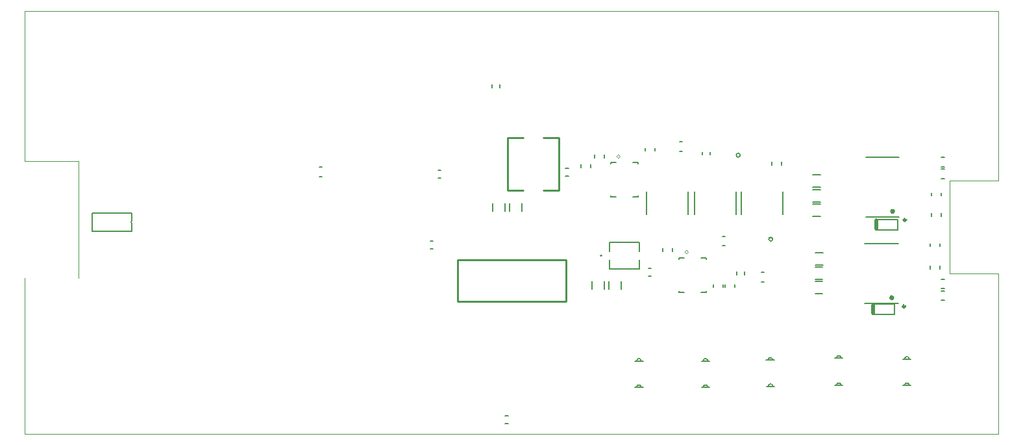
<source format=gto>
G04*
G04 #@! TF.GenerationSoftware,Altium Limited,Altium Designer,19.1.5 (86)*
G04*
G04 Layer_Color=65535*
%FSLAX44Y44*%
%MOMM*%
G71*
G01*
G75*
%ADD10C,0.1524*%
%ADD11C,0.0000*%
%ADD12C,0.2000*%
%ADD13C,0.1270*%
%ADD14C,0.3000*%
%ADD15C,0.5000*%
%ADD16C,0.2540*%
%ADD17C,0.1000*%
D10*
X975558Y96520D02*
G03*
X969462Y96520I-3048J0D01*
G01*
X804108Y95250D02*
G03*
X798012Y95250I-3048J0D01*
G01*
X1153668Y97790D02*
G03*
X1147572Y97790I-3048J0D01*
G01*
X890928Y95250D02*
G03*
X884832Y95250I-3048J0D01*
G01*
X1064768Y99060D02*
G03*
X1058672Y99060I-3048J0D01*
G01*
X975868Y62230D02*
G03*
X969772Y62230I-3048J0D01*
G01*
X804108Y60960D02*
G03*
X798012Y60960I-3048J0D01*
G01*
X1064768Y63500D02*
G03*
X1058672Y63500I-3048J0D01*
G01*
X1153668D02*
G03*
X1147572Y63500I-3048J0D01*
G01*
X890928Y60960D02*
G03*
X884832Y60960I-3048J0D01*
G01*
X752348Y232410D02*
G03*
X752348Y232410I-762J0D01*
G01*
X975558Y96520D02*
X977844D01*
X969462D02*
X975558D01*
X967176D02*
X969462D01*
X804108Y95250D02*
X806394D01*
X798012D02*
X804108D01*
X795726D02*
X798012D01*
X1153668Y97790D02*
X1155954D01*
X1147572D02*
X1153668D01*
X1145286D02*
X1147572D01*
X890928Y95250D02*
X893214D01*
X884832D02*
X890928D01*
X882546D02*
X884832D01*
X1064768Y99060D02*
X1067054D01*
X1058672D02*
X1064768D01*
X1056386D02*
X1058672D01*
X975868Y62230D02*
X978154D01*
X969772D02*
X975868D01*
X967486D02*
X969772D01*
X804108Y60960D02*
X806394D01*
X798012D02*
X804108D01*
X795726D02*
X798012D01*
X1064768Y63500D02*
X1067054D01*
X1058672D02*
X1064768D01*
X1056386D02*
X1058672D01*
X1153668D02*
X1155954D01*
X1147572D02*
X1153668D01*
X1145286D02*
X1147572D01*
X890928Y60960D02*
X893214D01*
X884832D02*
X890928D01*
X882546D02*
X884832D01*
X763016Y215138D02*
Y226582D01*
Y238238D02*
Y249682D01*
X801624D01*
Y215138D02*
Y226582D01*
X763016Y215138D02*
X801624D01*
Y238238D02*
Y249682D01*
D11*
X776470Y361570D02*
G03*
X776470Y361570I-2000J0D01*
G01*
X865370Y237110D02*
G03*
X865370Y237110I-2000J0D01*
G01*
D12*
X139740Y277545D02*
G03*
X139740Y274295I0J-1625D01*
G01*
X975470Y253910D02*
G03*
X975470Y253910I-2500J0D01*
G01*
X933070Y363370D02*
G03*
X933070Y363370I-2500J0D01*
G01*
X384080Y347880D02*
X388080D01*
X384080Y335380D02*
X388080D01*
X87740Y287570D02*
X139740D01*
X87740Y264270D02*
Y287570D01*
Y264270D02*
X139740D01*
Y274295D01*
Y277545D02*
Y287570D01*
X1030775Y182910D02*
X1040775D01*
X1030775Y198910D02*
X1040775D01*
X1030775Y201960D02*
X1040775D01*
X1030775Y217960D02*
X1040775D01*
X1031320Y220600D02*
X1041320D01*
X1031320Y236600D02*
X1041320D01*
X1195610Y174090D02*
X1199610D01*
X1195610Y186590D02*
X1199610D01*
X1195610Y189330D02*
X1199610D01*
X1195610Y201830D02*
X1199610D01*
X1181200Y215170D02*
Y219170D01*
X1193700Y215170D02*
Y219170D01*
Y244380D02*
Y248380D01*
X1181200Y244380D02*
Y248380D01*
X1106050Y169310D02*
X1134540D01*
Y155810D02*
Y169310D01*
X1106050Y155810D02*
X1134540D01*
X1027550Y283660D02*
X1037550D01*
X1027550Y299660D02*
X1037550D01*
X1027550Y302710D02*
X1037550D01*
X1027550Y318710D02*
X1037550D01*
X1027550Y321760D02*
X1037550D01*
X1027550Y337760D02*
X1037550D01*
X1194970Y310420D02*
Y314420D01*
X1182470Y310420D02*
Y314420D01*
Y283750D02*
Y287750D01*
X1194970Y283750D02*
Y287750D01*
X1195610Y348080D02*
X1199610D01*
X1195610Y360580D02*
X1199610D01*
X1195610Y332840D02*
X1199610D01*
X1195610Y345340D02*
X1199610D01*
X1110130Y279800D02*
X1138620D01*
Y266300D02*
Y279800D01*
X1110130Y266300D02*
X1138620D01*
X960660Y210720D02*
X964660D01*
X960660Y198220D02*
X964660D01*
X626650Y24050D02*
X630650D01*
X626650Y14050D02*
X630650D01*
X539020Y344090D02*
X543020D01*
X539020Y334090D02*
X543020D01*
X986690Y350450D02*
Y354450D01*
X974190Y350450D02*
Y354450D01*
X910490Y191040D02*
Y195040D01*
X897990Y191040D02*
Y195040D01*
X938450Y207550D02*
Y211550D01*
X928450Y207550D02*
Y211550D01*
X909860Y257710D02*
X913860D01*
X909860Y245210D02*
X913860D01*
X844450Y238030D02*
Y242030D01*
X831950Y238030D02*
Y242030D01*
X528860Y251380D02*
X532860D01*
X528860Y241380D02*
X532860D01*
X813340Y205820D02*
X817340D01*
X813340Y215820D02*
X817340D01*
X755550Y359950D02*
Y363950D01*
X743050Y359950D02*
Y363950D01*
X913230Y191040D02*
Y195040D01*
X925730Y191040D02*
Y195040D01*
X821590Y368840D02*
Y372840D01*
X809090Y368840D02*
Y372840D01*
X853980Y368400D02*
X857980D01*
X853980Y380900D02*
X857980D01*
X648080Y290910D02*
Y300910D01*
X632080Y290910D02*
Y300910D01*
X626490Y290910D02*
Y300910D01*
X610490Y290910D02*
Y300910D01*
X894000Y363760D02*
Y367760D01*
X884000Y363760D02*
Y367760D01*
X705390Y346630D02*
X709390D01*
X705390Y336630D02*
X709390D01*
X609680Y451390D02*
Y455390D01*
X619680Y451390D02*
Y455390D01*
X737770Y347250D02*
Y351250D01*
X725270Y347250D02*
Y351250D01*
X777620Y189310D02*
Y199310D01*
X761620Y189310D02*
Y199310D01*
X756030Y189310D02*
Y199310D01*
X740030Y189310D02*
Y199310D01*
D13*
X1132356Y177650D02*
G03*
X1132356Y177650I-1556J0D01*
G01*
X1131900D02*
G03*
X1131900Y177650I-1100J0D01*
G01*
X1133000D02*
G03*
X1133000Y177650I-1100J0D01*
G01*
D02*
G03*
X1133000Y177650I-1100J0D01*
G01*
X1133260D02*
G03*
X1133260Y177650I-2460J0D01*
G01*
X1133516Y290240D02*
G03*
X1133516Y290240I-1556J0D01*
G01*
X1133060D02*
G03*
X1133060Y290240I-1100J0D01*
G01*
X1134160D02*
G03*
X1134160Y290240I-1100J0D01*
G01*
D02*
G03*
X1134160Y290240I-1100J0D01*
G01*
X1134420D02*
G03*
X1134420Y290240I-2460J0D01*
G01*
X764820Y353970D02*
X771320D01*
X764820Y351970D02*
Y353970D01*
X793320D02*
X799820D01*
Y351970D02*
Y353970D01*
X793320Y308970D02*
X799820D01*
Y310470D01*
X764820Y308970D02*
X771320D01*
X764820D02*
Y310970D01*
X853720Y229510D02*
X860220D01*
X853720Y227510D02*
Y229510D01*
X882220D02*
X888720D01*
Y227510D02*
Y229510D01*
X882220Y184510D02*
X888720D01*
Y186010D01*
X853720Y184510D02*
X860220D01*
X853720D02*
Y186510D01*
X1095600Y170550D02*
X1139600D01*
X1095600Y248550D02*
X1139600D01*
X1096760Y283140D02*
X1140760D01*
X1096760Y361140D02*
X1140760D01*
X988390Y286190D02*
Y315790D01*
X934390Y286190D02*
Y315790D01*
X927430Y286190D02*
Y315790D01*
X873430Y286190D02*
Y315790D01*
X865200Y286190D02*
Y315790D01*
X811200Y286190D02*
Y315790D01*
D14*
X1148310Y166370D02*
G03*
X1148310Y166370I-1500J0D01*
G01*
X1149470Y278960D02*
G03*
X1149470Y278960I-1500J0D01*
G01*
D15*
X1106300Y157290D02*
Y167790D01*
X1110380Y267780D02*
Y278280D01*
D16*
X696341Y317373D02*
Y386207D01*
X676021Y317373D02*
X696341D01*
X629539D02*
X649859D01*
X676021Y386207D02*
X696341D01*
X629539Y317373D02*
Y386207D01*
X649859D01*
X706120Y172695D02*
Y227305D01*
X564515D02*
X706120D01*
X564515Y172695D02*
Y227305D01*
Y172695D02*
X706120D01*
D17*
X0Y355600D02*
Y551180D01*
Y0D02*
Y203200D01*
X69850D02*
Y355600D01*
X0D02*
X69850D01*
X1270000Y330200D02*
Y413385D01*
Y137795D02*
Y209550D01*
X1206500D02*
X1270000D01*
X1206500D02*
Y330200D01*
X1270000D01*
Y413385D02*
Y551180D01*
Y0D02*
Y137795D01*
X0Y0D02*
X1270000D01*
X0Y551180D02*
X1270000D01*
M02*

</source>
